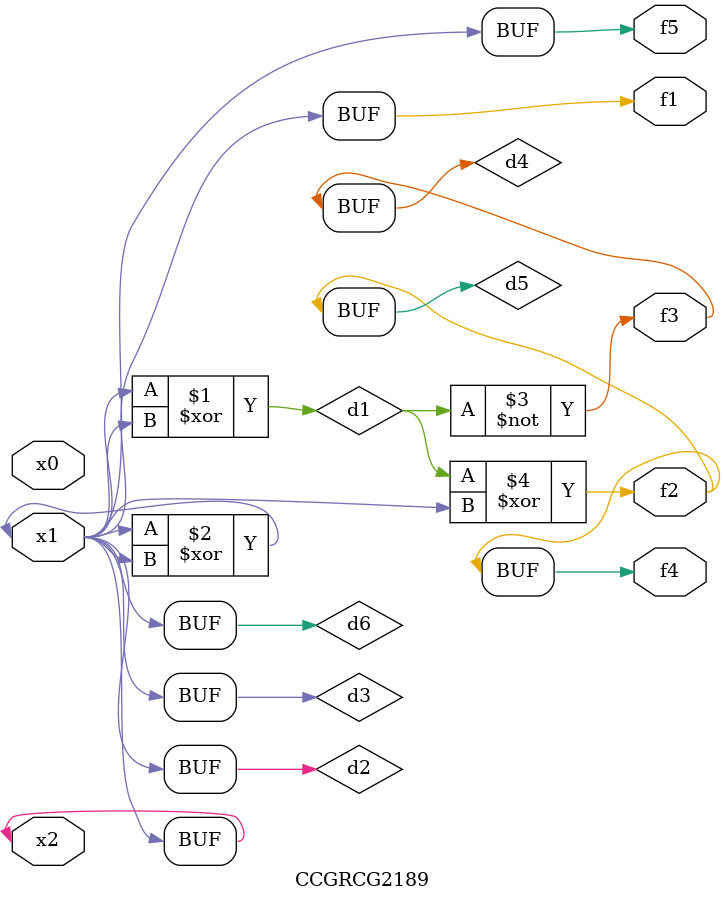
<source format=v>
module CCGRCG2189(
	input x0, x1, x2,
	output f1, f2, f3, f4, f5
);

	wire d1, d2, d3, d4, d5, d6;

	xor (d1, x1, x2);
	buf (d2, x1, x2);
	xor (d3, x1, x2);
	nor (d4, d1);
	xor (d5, d1, d2);
	buf (d6, d2, d3);
	assign f1 = d6;
	assign f2 = d5;
	assign f3 = d4;
	assign f4 = d5;
	assign f5 = d6;
endmodule

</source>
